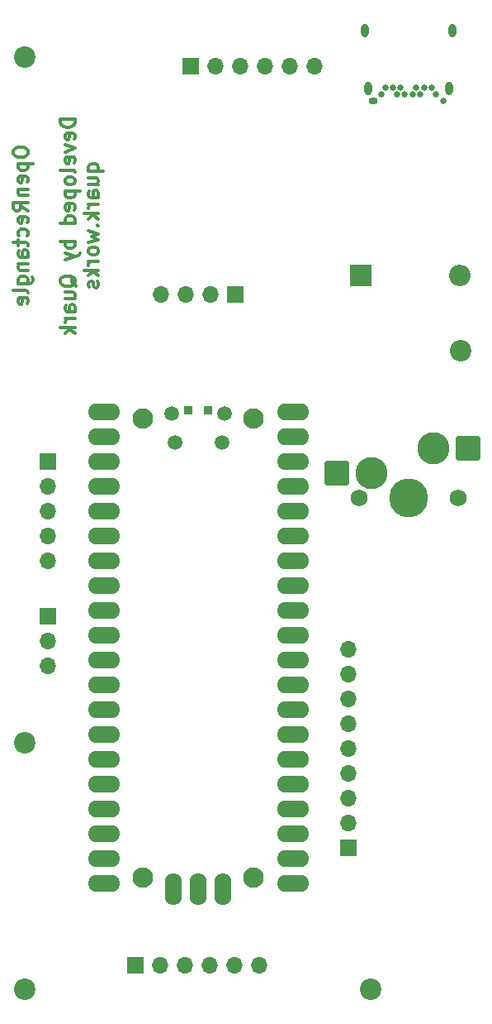
<source format=gbs>
%TF.GenerationSoftware,KiCad,Pcbnew,(6.0.7)*%
%TF.CreationDate,2023-01-05T19:49:15-06:00*%
%TF.ProjectId,OpenRectangle,4f70656e-5265-4637-9461-6e676c652e6b,rev?*%
%TF.SameCoordinates,Original*%
%TF.FileFunction,Soldermask,Bot*%
%TF.FilePolarity,Negative*%
%FSLAX46Y46*%
G04 Gerber Fmt 4.6, Leading zero omitted, Abs format (unit mm)*
G04 Created by KiCad (PCBNEW (6.0.7)) date 2023-01-05 19:49:15*
%MOMM*%
%LPD*%
G01*
G04 APERTURE LIST*
G04 Aperture macros list*
%AMRoundRect*
0 Rectangle with rounded corners*
0 $1 Rounding radius*
0 $2 $3 $4 $5 $6 $7 $8 $9 X,Y pos of 4 corners*
0 Add a 4 corners polygon primitive as box body*
4,1,4,$2,$3,$4,$5,$6,$7,$8,$9,$2,$3,0*
0 Add four circle primitives for the rounded corners*
1,1,$1+$1,$2,$3*
1,1,$1+$1,$4,$5*
1,1,$1+$1,$6,$7*
1,1,$1+$1,$8,$9*
0 Add four rect primitives between the rounded corners*
20,1,$1+$1,$2,$3,$4,$5,0*
20,1,$1+$1,$4,$5,$6,$7,0*
20,1,$1+$1,$6,$7,$8,$9,0*
20,1,$1+$1,$8,$9,$2,$3,0*%
G04 Aperture macros list end*
%ADD10C,0.300000*%
%ADD11C,2.200000*%
%ADD12R,1.700000X1.700000*%
%ADD13O,1.700000X1.700000*%
%ADD14C,2.100000*%
%ADD15C,1.500000*%
%ADD16O,3.327000X1.727000*%
%ADD17O,1.727000X3.327000*%
%ADD18RoundRect,0.063500X-0.400000X-0.400000X0.400000X-0.400000X0.400000X0.400000X-0.400000X0.400000X0*%
%ADD19R,2.200000X2.200000*%
%ADD20O,2.200000X2.200000*%
%ADD21C,0.650000*%
%ADD22O,0.950000X0.650000*%
%ADD23O,0.800000X1.400000*%
%ADD24C,3.987800*%
%ADD25C,1.750000*%
%ADD26RoundRect,0.250000X1.025000X1.000000X-1.025000X1.000000X-1.025000X-1.000000X1.025000X-1.000000X0*%
%ADD27C,3.300000*%
G04 APERTURE END LIST*
D10*
X158026071Y-38831428D02*
X158026071Y-39117142D01*
X158097500Y-39260000D01*
X158240357Y-39402857D01*
X158526071Y-39474285D01*
X159026071Y-39474285D01*
X159311785Y-39402857D01*
X159454642Y-39260000D01*
X159526071Y-39117142D01*
X159526071Y-38831428D01*
X159454642Y-38688571D01*
X159311785Y-38545714D01*
X159026071Y-38474285D01*
X158526071Y-38474285D01*
X158240357Y-38545714D01*
X158097500Y-38688571D01*
X158026071Y-38831428D01*
X158526071Y-40117142D02*
X160026071Y-40117142D01*
X158597500Y-40117142D02*
X158526071Y-40260000D01*
X158526071Y-40545714D01*
X158597500Y-40688571D01*
X158668928Y-40760000D01*
X158811785Y-40831428D01*
X159240357Y-40831428D01*
X159383214Y-40760000D01*
X159454642Y-40688571D01*
X159526071Y-40545714D01*
X159526071Y-40260000D01*
X159454642Y-40117142D01*
X159454642Y-42045714D02*
X159526071Y-41902857D01*
X159526071Y-41617142D01*
X159454642Y-41474285D01*
X159311785Y-41402857D01*
X158740357Y-41402857D01*
X158597500Y-41474285D01*
X158526071Y-41617142D01*
X158526071Y-41902857D01*
X158597500Y-42045714D01*
X158740357Y-42117142D01*
X158883214Y-42117142D01*
X159026071Y-41402857D01*
X158526071Y-42760000D02*
X159526071Y-42760000D01*
X158668928Y-42760000D02*
X158597500Y-42831428D01*
X158526071Y-42974285D01*
X158526071Y-43188571D01*
X158597500Y-43331428D01*
X158740357Y-43402857D01*
X159526071Y-43402857D01*
X159526071Y-44974285D02*
X158811785Y-44474285D01*
X159526071Y-44117142D02*
X158026071Y-44117142D01*
X158026071Y-44688571D01*
X158097500Y-44831428D01*
X158168928Y-44902857D01*
X158311785Y-44974285D01*
X158526071Y-44974285D01*
X158668928Y-44902857D01*
X158740357Y-44831428D01*
X158811785Y-44688571D01*
X158811785Y-44117142D01*
X159454642Y-46188571D02*
X159526071Y-46045714D01*
X159526071Y-45760000D01*
X159454642Y-45617142D01*
X159311785Y-45545714D01*
X158740357Y-45545714D01*
X158597500Y-45617142D01*
X158526071Y-45760000D01*
X158526071Y-46045714D01*
X158597500Y-46188571D01*
X158740357Y-46260000D01*
X158883214Y-46260000D01*
X159026071Y-45545714D01*
X159454642Y-47545714D02*
X159526071Y-47402857D01*
X159526071Y-47117142D01*
X159454642Y-46974285D01*
X159383214Y-46902857D01*
X159240357Y-46831428D01*
X158811785Y-46831428D01*
X158668928Y-46902857D01*
X158597500Y-46974285D01*
X158526071Y-47117142D01*
X158526071Y-47402857D01*
X158597500Y-47545714D01*
X158526071Y-47974285D02*
X158526071Y-48545714D01*
X158026071Y-48188571D02*
X159311785Y-48188571D01*
X159454642Y-48260000D01*
X159526071Y-48402857D01*
X159526071Y-48545714D01*
X159526071Y-49688571D02*
X158740357Y-49688571D01*
X158597500Y-49617142D01*
X158526071Y-49474285D01*
X158526071Y-49188571D01*
X158597500Y-49045714D01*
X159454642Y-49688571D02*
X159526071Y-49545714D01*
X159526071Y-49188571D01*
X159454642Y-49045714D01*
X159311785Y-48974285D01*
X159168928Y-48974285D01*
X159026071Y-49045714D01*
X158954642Y-49188571D01*
X158954642Y-49545714D01*
X158883214Y-49688571D01*
X158526071Y-50402857D02*
X159526071Y-50402857D01*
X158668928Y-50402857D02*
X158597500Y-50474285D01*
X158526071Y-50617142D01*
X158526071Y-50831428D01*
X158597500Y-50974285D01*
X158740357Y-51045714D01*
X159526071Y-51045714D01*
X158526071Y-52402857D02*
X159740357Y-52402857D01*
X159883214Y-52331428D01*
X159954642Y-52260000D01*
X160026071Y-52117142D01*
X160026071Y-51902857D01*
X159954642Y-51760000D01*
X159454642Y-52402857D02*
X159526071Y-52260000D01*
X159526071Y-51974285D01*
X159454642Y-51831428D01*
X159383214Y-51760000D01*
X159240357Y-51688571D01*
X158811785Y-51688571D01*
X158668928Y-51760000D01*
X158597500Y-51831428D01*
X158526071Y-51974285D01*
X158526071Y-52260000D01*
X158597500Y-52402857D01*
X159526071Y-53331428D02*
X159454642Y-53188571D01*
X159311785Y-53117142D01*
X158026071Y-53117142D01*
X159454642Y-54474285D02*
X159526071Y-54331428D01*
X159526071Y-54045714D01*
X159454642Y-53902857D01*
X159311785Y-53831428D01*
X158740357Y-53831428D01*
X158597500Y-53902857D01*
X158526071Y-54045714D01*
X158526071Y-54331428D01*
X158597500Y-54474285D01*
X158740357Y-54545714D01*
X158883214Y-54545714D01*
X159026071Y-53831428D01*
X164356071Y-35581428D02*
X162856071Y-35581428D01*
X162856071Y-35938571D01*
X162927500Y-36152857D01*
X163070357Y-36295714D01*
X163213214Y-36367142D01*
X163498928Y-36438571D01*
X163713214Y-36438571D01*
X163998928Y-36367142D01*
X164141785Y-36295714D01*
X164284642Y-36152857D01*
X164356071Y-35938571D01*
X164356071Y-35581428D01*
X164284642Y-37652857D02*
X164356071Y-37510000D01*
X164356071Y-37224285D01*
X164284642Y-37081428D01*
X164141785Y-37010000D01*
X163570357Y-37010000D01*
X163427500Y-37081428D01*
X163356071Y-37224285D01*
X163356071Y-37510000D01*
X163427500Y-37652857D01*
X163570357Y-37724285D01*
X163713214Y-37724285D01*
X163856071Y-37010000D01*
X163356071Y-38224285D02*
X164356071Y-38581428D01*
X163356071Y-38938571D01*
X164284642Y-40081428D02*
X164356071Y-39938571D01*
X164356071Y-39652857D01*
X164284642Y-39510000D01*
X164141785Y-39438571D01*
X163570357Y-39438571D01*
X163427500Y-39510000D01*
X163356071Y-39652857D01*
X163356071Y-39938571D01*
X163427500Y-40081428D01*
X163570357Y-40152857D01*
X163713214Y-40152857D01*
X163856071Y-39438571D01*
X164356071Y-41010000D02*
X164284642Y-40867142D01*
X164141785Y-40795714D01*
X162856071Y-40795714D01*
X164356071Y-41795714D02*
X164284642Y-41652857D01*
X164213214Y-41581428D01*
X164070357Y-41510000D01*
X163641785Y-41510000D01*
X163498928Y-41581428D01*
X163427500Y-41652857D01*
X163356071Y-41795714D01*
X163356071Y-42010000D01*
X163427500Y-42152857D01*
X163498928Y-42224285D01*
X163641785Y-42295714D01*
X164070357Y-42295714D01*
X164213214Y-42224285D01*
X164284642Y-42152857D01*
X164356071Y-42010000D01*
X164356071Y-41795714D01*
X163356071Y-42938571D02*
X164856071Y-42938571D01*
X163427500Y-42938571D02*
X163356071Y-43081428D01*
X163356071Y-43367142D01*
X163427500Y-43510000D01*
X163498928Y-43581428D01*
X163641785Y-43652857D01*
X164070357Y-43652857D01*
X164213214Y-43581428D01*
X164284642Y-43510000D01*
X164356071Y-43367142D01*
X164356071Y-43081428D01*
X164284642Y-42938571D01*
X164284642Y-44867142D02*
X164356071Y-44724285D01*
X164356071Y-44438571D01*
X164284642Y-44295714D01*
X164141785Y-44224285D01*
X163570357Y-44224285D01*
X163427500Y-44295714D01*
X163356071Y-44438571D01*
X163356071Y-44724285D01*
X163427500Y-44867142D01*
X163570357Y-44938571D01*
X163713214Y-44938571D01*
X163856071Y-44224285D01*
X164356071Y-46224285D02*
X162856071Y-46224285D01*
X164284642Y-46224285D02*
X164356071Y-46081428D01*
X164356071Y-45795714D01*
X164284642Y-45652857D01*
X164213214Y-45581428D01*
X164070357Y-45510000D01*
X163641785Y-45510000D01*
X163498928Y-45581428D01*
X163427500Y-45652857D01*
X163356071Y-45795714D01*
X163356071Y-46081428D01*
X163427500Y-46224285D01*
X164356071Y-48081428D02*
X162856071Y-48081428D01*
X163427500Y-48081428D02*
X163356071Y-48224285D01*
X163356071Y-48510000D01*
X163427500Y-48652857D01*
X163498928Y-48724285D01*
X163641785Y-48795714D01*
X164070357Y-48795714D01*
X164213214Y-48724285D01*
X164284642Y-48652857D01*
X164356071Y-48510000D01*
X164356071Y-48224285D01*
X164284642Y-48081428D01*
X163356071Y-49295714D02*
X164356071Y-49652857D01*
X163356071Y-50010000D02*
X164356071Y-49652857D01*
X164713214Y-49510000D01*
X164784642Y-49438571D01*
X164856071Y-49295714D01*
X164498928Y-52724285D02*
X164427500Y-52581428D01*
X164284642Y-52438571D01*
X164070357Y-52224285D01*
X163998928Y-52081428D01*
X163998928Y-51938571D01*
X164356071Y-52010000D02*
X164284642Y-51867142D01*
X164141785Y-51724285D01*
X163856071Y-51652857D01*
X163356071Y-51652857D01*
X163070357Y-51724285D01*
X162927500Y-51867142D01*
X162856071Y-52010000D01*
X162856071Y-52295714D01*
X162927500Y-52438571D01*
X163070357Y-52581428D01*
X163356071Y-52652857D01*
X163856071Y-52652857D01*
X164141785Y-52581428D01*
X164284642Y-52438571D01*
X164356071Y-52295714D01*
X164356071Y-52010000D01*
X163356071Y-53938571D02*
X164356071Y-53938571D01*
X163356071Y-53295714D02*
X164141785Y-53295714D01*
X164284642Y-53367142D01*
X164356071Y-53510000D01*
X164356071Y-53724285D01*
X164284642Y-53867142D01*
X164213214Y-53938571D01*
X164356071Y-55295714D02*
X163570357Y-55295714D01*
X163427500Y-55224285D01*
X163356071Y-55081428D01*
X163356071Y-54795714D01*
X163427500Y-54652857D01*
X164284642Y-55295714D02*
X164356071Y-55152857D01*
X164356071Y-54795714D01*
X164284642Y-54652857D01*
X164141785Y-54581428D01*
X163998928Y-54581428D01*
X163856071Y-54652857D01*
X163784642Y-54795714D01*
X163784642Y-55152857D01*
X163713214Y-55295714D01*
X164356071Y-56010000D02*
X163356071Y-56010000D01*
X163641785Y-56010000D02*
X163498928Y-56081428D01*
X163427500Y-56152857D01*
X163356071Y-56295714D01*
X163356071Y-56438571D01*
X164356071Y-56938571D02*
X162856071Y-56938571D01*
X163784642Y-57081428D02*
X164356071Y-57510000D01*
X163356071Y-57510000D02*
X163927500Y-56938571D01*
X165771071Y-40902857D02*
X167271071Y-40902857D01*
X166699642Y-40902857D02*
X166771071Y-40760000D01*
X166771071Y-40474285D01*
X166699642Y-40331428D01*
X166628214Y-40260000D01*
X166485357Y-40188571D01*
X166056785Y-40188571D01*
X165913928Y-40260000D01*
X165842500Y-40331428D01*
X165771071Y-40474285D01*
X165771071Y-40760000D01*
X165842500Y-40902857D01*
X165771071Y-42260000D02*
X166771071Y-42260000D01*
X165771071Y-41617142D02*
X166556785Y-41617142D01*
X166699642Y-41688571D01*
X166771071Y-41831428D01*
X166771071Y-42045714D01*
X166699642Y-42188571D01*
X166628214Y-42260000D01*
X166771071Y-43617142D02*
X165985357Y-43617142D01*
X165842500Y-43545714D01*
X165771071Y-43402857D01*
X165771071Y-43117142D01*
X165842500Y-42974285D01*
X166699642Y-43617142D02*
X166771071Y-43474285D01*
X166771071Y-43117142D01*
X166699642Y-42974285D01*
X166556785Y-42902857D01*
X166413928Y-42902857D01*
X166271071Y-42974285D01*
X166199642Y-43117142D01*
X166199642Y-43474285D01*
X166128214Y-43617142D01*
X166771071Y-44331428D02*
X165771071Y-44331428D01*
X166056785Y-44331428D02*
X165913928Y-44402857D01*
X165842500Y-44474285D01*
X165771071Y-44617142D01*
X165771071Y-44760000D01*
X166771071Y-45260000D02*
X165271071Y-45260000D01*
X166199642Y-45402857D02*
X166771071Y-45831428D01*
X165771071Y-45831428D02*
X166342500Y-45260000D01*
X166628214Y-46474285D02*
X166699642Y-46545714D01*
X166771071Y-46474285D01*
X166699642Y-46402857D01*
X166628214Y-46474285D01*
X166771071Y-46474285D01*
X165771071Y-47045714D02*
X166771071Y-47331428D01*
X166056785Y-47617142D01*
X166771071Y-47902857D01*
X165771071Y-48188571D01*
X166771071Y-48974285D02*
X166699642Y-48831428D01*
X166628214Y-48760000D01*
X166485357Y-48688571D01*
X166056785Y-48688571D01*
X165913928Y-48760000D01*
X165842500Y-48831428D01*
X165771071Y-48974285D01*
X165771071Y-49188571D01*
X165842500Y-49331428D01*
X165913928Y-49402857D01*
X166056785Y-49474285D01*
X166485357Y-49474285D01*
X166628214Y-49402857D01*
X166699642Y-49331428D01*
X166771071Y-49188571D01*
X166771071Y-48974285D01*
X166771071Y-50117142D02*
X165771071Y-50117142D01*
X166056785Y-50117142D02*
X165913928Y-50188571D01*
X165842500Y-50260000D01*
X165771071Y-50402857D01*
X165771071Y-50545714D01*
X166771071Y-51045714D02*
X165271071Y-51045714D01*
X166199642Y-51188571D02*
X166771071Y-51617142D01*
X165771071Y-51617142D02*
X166342500Y-51045714D01*
X166699642Y-52188571D02*
X166771071Y-52331428D01*
X166771071Y-52617142D01*
X166699642Y-52760000D01*
X166556785Y-52831428D01*
X166485357Y-52831428D01*
X166342500Y-52760000D01*
X166271071Y-52617142D01*
X166271071Y-52402857D01*
X166199642Y-52260000D01*
X166056785Y-52188571D01*
X165985357Y-52188571D01*
X165842500Y-52260000D01*
X165771071Y-52402857D01*
X165771071Y-52617142D01*
X165842500Y-52760000D01*
D11*
%TO.C,H16*%
X203879700Y-59330000D03*
%TD*%
%TO.C,H15*%
X159240100Y-29196900D03*
%TD*%
%TO.C,H13*%
X159240000Y-124609900D03*
%TD*%
D12*
%TO.C,J9*%
X161610000Y-70670000D03*
D13*
X161610000Y-73210000D03*
X161610000Y-75750000D03*
X161610000Y-78290000D03*
X161610000Y-80830000D03*
%TD*%
D14*
%TO.C,J8*%
X182706250Y-66193750D03*
D15*
X174281250Y-65693750D03*
X179431250Y-68723750D03*
D14*
X182706250Y-113193750D03*
D15*
X174581250Y-68723750D03*
D14*
X171306250Y-66193750D03*
D15*
X179731250Y-65693750D03*
D14*
X171306250Y-113193750D03*
D16*
X186696250Y-75723750D03*
X186696250Y-73183750D03*
X186696250Y-78263750D03*
X186696250Y-83343750D03*
X167316250Y-70643750D03*
X167316250Y-83343750D03*
X167316250Y-96043750D03*
X167316250Y-108743750D03*
D17*
X177006250Y-114393750D03*
D16*
X186696250Y-108743750D03*
X186696250Y-96043750D03*
X186696250Y-70643750D03*
X167316250Y-65563750D03*
X167316250Y-68103750D03*
X167316250Y-73183750D03*
X167316250Y-75723750D03*
X167316250Y-78263750D03*
X167316250Y-80803750D03*
X167316250Y-85883750D03*
X167316250Y-88423750D03*
X167316250Y-90963750D03*
X167316250Y-93503750D03*
X167316250Y-98583750D03*
X167316250Y-101123750D03*
X167316250Y-103663750D03*
X167316250Y-106203750D03*
X167316250Y-111283750D03*
X167316250Y-113823750D03*
X186696250Y-113823750D03*
X186696250Y-111283750D03*
X186696250Y-106203750D03*
X186696250Y-103663750D03*
X186696250Y-101123750D03*
X186696250Y-98583750D03*
X186696250Y-93503750D03*
X186696250Y-88423750D03*
X186696250Y-85883750D03*
X186696250Y-80803750D03*
X186696250Y-90963750D03*
D17*
X174466250Y-114393750D03*
X179546250Y-114393750D03*
D18*
X178006250Y-65393750D03*
X176006250Y-65393750D03*
D16*
X186696250Y-65563750D03*
X186696250Y-68103750D03*
%TD*%
D19*
%TO.C,D1*%
X193675000Y-51593750D03*
D20*
X203835000Y-51593750D03*
%TD*%
D12*
%TO.C,J6*%
X180806250Y-53510000D03*
D13*
X178266250Y-53510000D03*
X175726250Y-53510000D03*
X173186250Y-53510000D03*
%TD*%
D11*
%TO.C,H14*%
X194683100Y-124609900D03*
%TD*%
D12*
%TO.C,J12*%
X192390000Y-110190000D03*
D13*
X192390000Y-107650000D03*
X192390000Y-105110000D03*
X192390000Y-102570000D03*
X192390000Y-100030000D03*
X192390000Y-97490000D03*
X192390000Y-94950000D03*
X192390000Y-92410000D03*
X192390000Y-89870000D03*
%TD*%
D12*
%TO.C,J11*%
X170600000Y-122230000D03*
D13*
X173140000Y-122230000D03*
X175680000Y-122230000D03*
X178220000Y-122230000D03*
X180760000Y-122230000D03*
X183300000Y-122230000D03*
%TD*%
D12*
%TO.C,J5*%
X176212500Y-30162500D03*
D13*
X178752500Y-30162500D03*
X181292500Y-30162500D03*
X183832500Y-30162500D03*
X186372500Y-30162500D03*
X188912500Y-30162500D03*
%TD*%
D12*
%TO.C,J10*%
X161610000Y-86500000D03*
D13*
X161610000Y-89040000D03*
X161610000Y-91580000D03*
%TD*%
D11*
%TO.C,H12*%
X159240000Y-99450000D03*
%TD*%
D21*
%TO.C,J7*%
X202178500Y-33728750D03*
D22*
X194978500Y-33728750D03*
D21*
X195778500Y-33078750D03*
X196178500Y-32378750D03*
X196978500Y-32378750D03*
X197378500Y-33078750D03*
X197778500Y-32378750D03*
X198178500Y-33078750D03*
X198978500Y-33078750D03*
X199378500Y-32378750D03*
X199778500Y-33078750D03*
X200178500Y-32378750D03*
X200978500Y-32378750D03*
X201378500Y-33078750D03*
D23*
X194088500Y-26528750D03*
X203068500Y-26528750D03*
X202708500Y-32478750D03*
X194448500Y-32478750D03*
%TD*%
D24*
%TO.C,SW5*%
X198578500Y-74326866D03*
D25*
X203658500Y-74326866D03*
X193498500Y-74326866D03*
D26*
X191218500Y-71786866D03*
D27*
X194768500Y-71786866D03*
D26*
X204668500Y-69246866D03*
D27*
X201118500Y-69246866D03*
%TD*%
M02*

</source>
